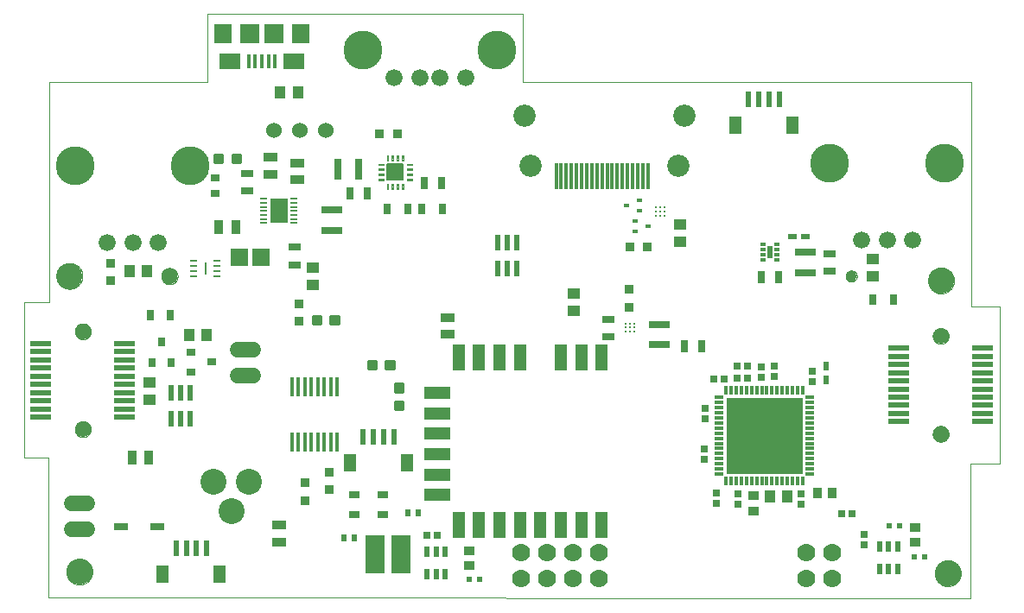
<source format=gts>
G75*
%MOIN*%
%OFA0B0*%
%FSLAX25Y25*%
%IPPOS*%
%LPD*%
%AMOC8*
5,1,8,0,0,1.08239X$1,22.5*
%
%ADD10C,0.00000*%
%ADD11C,0.10000*%
%ADD12R,0.05700X0.03800*%
%ADD13R,0.03800X0.05700*%
%ADD14R,0.04900X0.02800*%
%ADD15R,0.06800X0.06600*%
%ADD16R,0.04724X0.03959*%
%ADD17R,0.02756X0.00866*%
%ADD18R,0.07087X0.09449*%
%ADD19R,0.01600X0.07500*%
%ADD20R,0.03600X0.03800*%
%ADD21R,0.01575X0.05315*%
%ADD22R,0.07480X0.07480*%
%ADD23R,0.08268X0.06299*%
%ADD24R,0.07087X0.07480*%
%ADD25C,0.05910*%
%ADD26R,0.03959X0.04724*%
%ADD27C,0.01181*%
%ADD28R,0.02756X0.00984*%
%ADD29R,0.00787X0.04724*%
%ADD30C,0.06298*%
%ADD31C,0.04331*%
%ADD32R,0.02300X0.06200*%
%ADD33R,0.01969X0.01181*%
%ADD34R,0.01969X0.04724*%
%ADD35C,0.00378*%
%ADD36C,0.00661*%
%ADD37R,0.02760X0.03940*%
%ADD38R,0.02800X0.04900*%
%ADD39C,0.15000*%
%ADD40C,0.06600*%
%ADD41R,0.03150X0.07874*%
%ADD42R,0.07874X0.03150*%
%ADD43R,0.03400X0.02400*%
%ADD44R,0.01181X0.10236*%
%ADD45C,0.08600*%
%ADD46C,0.07000*%
%ADD47R,0.03200X0.03000*%
%ADD48R,0.02008X0.01575*%
%ADD49C,0.00906*%
%ADD50R,0.03800X0.03600*%
%ADD51C,0.06000*%
%ADD52R,0.02400X0.06200*%
%ADD53R,0.03150X0.03543*%
%ADD54R,0.05575X0.02565*%
%ADD55R,0.03543X0.03150*%
%ADD56R,0.04724X0.09843*%
%ADD57R,0.09843X0.04724*%
%ADD58R,0.07500X0.15000*%
%ADD59R,0.02400X0.03400*%
%ADD60R,0.01200X0.03200*%
%ADD61R,0.03200X0.01200*%
%ADD62R,0.29500X0.29500*%
%ADD63R,0.03600X0.04100*%
%ADD64R,0.02600X0.02600*%
%ADD65R,0.04200X0.03200*%
%ADD66R,0.02800X0.02800*%
%ADD67R,0.07874X0.01969*%
%ADD68C,0.06102*%
%ADD69R,0.02362X0.06102*%
%ADD70R,0.04724X0.07087*%
%ADD71R,0.03940X0.02760*%
%ADD72R,0.02449X0.04063*%
%ADD73R,0.01969X0.04063*%
%ADD74R,0.02200X0.02400*%
%ADD75R,0.04100X0.03600*%
%ADD76R,0.02400X0.02600*%
D10*
X0010700Y0002800D02*
X0011139Y0002800D01*
X0366500Y0002500D01*
X0366500Y0054500D01*
X0377700Y0054500D01*
X0377700Y0115201D01*
X0366900Y0115201D01*
X0366700Y0201801D01*
X0193900Y0201900D01*
X0193900Y0228100D01*
X0072100Y0228100D01*
X0072100Y0201901D01*
X0011139Y0201901D01*
X0011100Y0120100D01*
X0011100Y0116700D01*
X0001500Y0116700D01*
X0001500Y0057000D01*
X0010700Y0056900D01*
X0010700Y0002800D01*
X0017700Y0012800D02*
X0017702Y0012941D01*
X0017708Y0013082D01*
X0017718Y0013222D01*
X0017732Y0013362D01*
X0017750Y0013502D01*
X0017771Y0013641D01*
X0017797Y0013780D01*
X0017826Y0013918D01*
X0017860Y0014054D01*
X0017897Y0014190D01*
X0017938Y0014325D01*
X0017983Y0014459D01*
X0018032Y0014591D01*
X0018084Y0014722D01*
X0018140Y0014851D01*
X0018200Y0014978D01*
X0018263Y0015104D01*
X0018329Y0015228D01*
X0018400Y0015351D01*
X0018473Y0015471D01*
X0018550Y0015589D01*
X0018630Y0015705D01*
X0018714Y0015818D01*
X0018800Y0015929D01*
X0018890Y0016038D01*
X0018983Y0016144D01*
X0019078Y0016247D01*
X0019177Y0016348D01*
X0019278Y0016446D01*
X0019382Y0016541D01*
X0019489Y0016633D01*
X0019598Y0016722D01*
X0019710Y0016807D01*
X0019824Y0016890D01*
X0019940Y0016970D01*
X0020059Y0017046D01*
X0020180Y0017118D01*
X0020302Y0017188D01*
X0020427Y0017253D01*
X0020553Y0017316D01*
X0020681Y0017374D01*
X0020811Y0017429D01*
X0020942Y0017481D01*
X0021075Y0017528D01*
X0021209Y0017572D01*
X0021344Y0017613D01*
X0021480Y0017649D01*
X0021617Y0017681D01*
X0021755Y0017710D01*
X0021893Y0017735D01*
X0022033Y0017755D01*
X0022173Y0017772D01*
X0022313Y0017785D01*
X0022454Y0017794D01*
X0022594Y0017799D01*
X0022735Y0017800D01*
X0022876Y0017797D01*
X0023017Y0017790D01*
X0023157Y0017779D01*
X0023297Y0017764D01*
X0023437Y0017745D01*
X0023576Y0017723D01*
X0023714Y0017696D01*
X0023852Y0017666D01*
X0023988Y0017631D01*
X0024124Y0017593D01*
X0024258Y0017551D01*
X0024392Y0017505D01*
X0024524Y0017456D01*
X0024654Y0017402D01*
X0024783Y0017345D01*
X0024910Y0017285D01*
X0025036Y0017221D01*
X0025159Y0017153D01*
X0025281Y0017082D01*
X0025401Y0017008D01*
X0025518Y0016930D01*
X0025633Y0016849D01*
X0025746Y0016765D01*
X0025857Y0016678D01*
X0025965Y0016587D01*
X0026070Y0016494D01*
X0026173Y0016397D01*
X0026273Y0016298D01*
X0026370Y0016196D01*
X0026464Y0016091D01*
X0026555Y0015984D01*
X0026643Y0015874D01*
X0026728Y0015762D01*
X0026810Y0015647D01*
X0026889Y0015530D01*
X0026964Y0015411D01*
X0027036Y0015290D01*
X0027104Y0015167D01*
X0027169Y0015042D01*
X0027231Y0014915D01*
X0027288Y0014786D01*
X0027343Y0014656D01*
X0027393Y0014525D01*
X0027440Y0014392D01*
X0027483Y0014258D01*
X0027522Y0014122D01*
X0027557Y0013986D01*
X0027589Y0013849D01*
X0027616Y0013711D01*
X0027640Y0013572D01*
X0027660Y0013432D01*
X0027676Y0013292D01*
X0027688Y0013152D01*
X0027696Y0013011D01*
X0027700Y0012870D01*
X0027700Y0012730D01*
X0027696Y0012589D01*
X0027688Y0012448D01*
X0027676Y0012308D01*
X0027660Y0012168D01*
X0027640Y0012028D01*
X0027616Y0011889D01*
X0027589Y0011751D01*
X0027557Y0011614D01*
X0027522Y0011478D01*
X0027483Y0011342D01*
X0027440Y0011208D01*
X0027393Y0011075D01*
X0027343Y0010944D01*
X0027288Y0010814D01*
X0027231Y0010685D01*
X0027169Y0010558D01*
X0027104Y0010433D01*
X0027036Y0010310D01*
X0026964Y0010189D01*
X0026889Y0010070D01*
X0026810Y0009953D01*
X0026728Y0009838D01*
X0026643Y0009726D01*
X0026555Y0009616D01*
X0026464Y0009509D01*
X0026370Y0009404D01*
X0026273Y0009302D01*
X0026173Y0009203D01*
X0026070Y0009106D01*
X0025965Y0009013D01*
X0025857Y0008922D01*
X0025746Y0008835D01*
X0025633Y0008751D01*
X0025518Y0008670D01*
X0025401Y0008592D01*
X0025281Y0008518D01*
X0025159Y0008447D01*
X0025036Y0008379D01*
X0024910Y0008315D01*
X0024783Y0008255D01*
X0024654Y0008198D01*
X0024524Y0008144D01*
X0024392Y0008095D01*
X0024258Y0008049D01*
X0024124Y0008007D01*
X0023988Y0007969D01*
X0023852Y0007934D01*
X0023714Y0007904D01*
X0023576Y0007877D01*
X0023437Y0007855D01*
X0023297Y0007836D01*
X0023157Y0007821D01*
X0023017Y0007810D01*
X0022876Y0007803D01*
X0022735Y0007800D01*
X0022594Y0007801D01*
X0022454Y0007806D01*
X0022313Y0007815D01*
X0022173Y0007828D01*
X0022033Y0007845D01*
X0021893Y0007865D01*
X0021755Y0007890D01*
X0021617Y0007919D01*
X0021480Y0007951D01*
X0021344Y0007987D01*
X0021209Y0008028D01*
X0021075Y0008072D01*
X0020942Y0008119D01*
X0020811Y0008171D01*
X0020681Y0008226D01*
X0020553Y0008284D01*
X0020427Y0008347D01*
X0020302Y0008412D01*
X0020180Y0008482D01*
X0020059Y0008554D01*
X0019940Y0008630D01*
X0019824Y0008710D01*
X0019710Y0008793D01*
X0019598Y0008878D01*
X0019489Y0008967D01*
X0019382Y0009059D01*
X0019278Y0009154D01*
X0019177Y0009252D01*
X0019078Y0009353D01*
X0018983Y0009456D01*
X0018890Y0009562D01*
X0018800Y0009671D01*
X0018714Y0009782D01*
X0018630Y0009895D01*
X0018550Y0010011D01*
X0018473Y0010129D01*
X0018400Y0010249D01*
X0018329Y0010372D01*
X0018263Y0010496D01*
X0018200Y0010622D01*
X0018140Y0010749D01*
X0018084Y0010878D01*
X0018032Y0011009D01*
X0017983Y0011141D01*
X0017938Y0011275D01*
X0017897Y0011410D01*
X0017860Y0011546D01*
X0017826Y0011682D01*
X0017797Y0011820D01*
X0017771Y0011959D01*
X0017750Y0012098D01*
X0017732Y0012238D01*
X0017718Y0012378D01*
X0017708Y0012518D01*
X0017702Y0012659D01*
X0017700Y0012800D01*
X0020991Y0067802D02*
X0020993Y0067912D01*
X0020999Y0068022D01*
X0021009Y0068132D01*
X0021023Y0068241D01*
X0021041Y0068350D01*
X0021062Y0068458D01*
X0021088Y0068565D01*
X0021117Y0068671D01*
X0021151Y0068776D01*
X0021188Y0068880D01*
X0021229Y0068982D01*
X0021273Y0069083D01*
X0021321Y0069182D01*
X0021373Y0069280D01*
X0021428Y0069375D01*
X0021486Y0069468D01*
X0021548Y0069559D01*
X0021613Y0069648D01*
X0021681Y0069735D01*
X0021753Y0069819D01*
X0021827Y0069900D01*
X0021904Y0069979D01*
X0021984Y0070055D01*
X0022067Y0070127D01*
X0022152Y0070197D01*
X0022240Y0070264D01*
X0022330Y0070327D01*
X0022422Y0070387D01*
X0022516Y0070444D01*
X0022613Y0070498D01*
X0022711Y0070547D01*
X0022811Y0070594D01*
X0022913Y0070636D01*
X0023016Y0070675D01*
X0023120Y0070710D01*
X0023226Y0070742D01*
X0023332Y0070769D01*
X0023440Y0070793D01*
X0023548Y0070813D01*
X0023657Y0070829D01*
X0023767Y0070841D01*
X0023877Y0070849D01*
X0023987Y0070853D01*
X0024097Y0070853D01*
X0024207Y0070849D01*
X0024317Y0070841D01*
X0024427Y0070829D01*
X0024536Y0070813D01*
X0024644Y0070793D01*
X0024752Y0070769D01*
X0024858Y0070742D01*
X0024964Y0070710D01*
X0025068Y0070675D01*
X0025171Y0070636D01*
X0025273Y0070594D01*
X0025373Y0070547D01*
X0025471Y0070498D01*
X0025567Y0070444D01*
X0025662Y0070387D01*
X0025754Y0070327D01*
X0025844Y0070264D01*
X0025932Y0070197D01*
X0026017Y0070127D01*
X0026100Y0070055D01*
X0026180Y0069979D01*
X0026257Y0069900D01*
X0026331Y0069819D01*
X0026403Y0069735D01*
X0026471Y0069648D01*
X0026536Y0069559D01*
X0026598Y0069468D01*
X0026656Y0069375D01*
X0026711Y0069280D01*
X0026763Y0069182D01*
X0026811Y0069083D01*
X0026855Y0068982D01*
X0026896Y0068880D01*
X0026933Y0068776D01*
X0026967Y0068671D01*
X0026996Y0068565D01*
X0027022Y0068458D01*
X0027043Y0068350D01*
X0027061Y0068241D01*
X0027075Y0068132D01*
X0027085Y0068022D01*
X0027091Y0067912D01*
X0027093Y0067802D01*
X0027091Y0067692D01*
X0027085Y0067582D01*
X0027075Y0067472D01*
X0027061Y0067363D01*
X0027043Y0067254D01*
X0027022Y0067146D01*
X0026996Y0067039D01*
X0026967Y0066933D01*
X0026933Y0066828D01*
X0026896Y0066724D01*
X0026855Y0066622D01*
X0026811Y0066521D01*
X0026763Y0066422D01*
X0026711Y0066324D01*
X0026656Y0066229D01*
X0026598Y0066136D01*
X0026536Y0066045D01*
X0026471Y0065956D01*
X0026403Y0065869D01*
X0026331Y0065785D01*
X0026257Y0065704D01*
X0026180Y0065625D01*
X0026100Y0065549D01*
X0026017Y0065477D01*
X0025932Y0065407D01*
X0025844Y0065340D01*
X0025754Y0065277D01*
X0025662Y0065217D01*
X0025568Y0065160D01*
X0025471Y0065106D01*
X0025373Y0065057D01*
X0025273Y0065010D01*
X0025171Y0064968D01*
X0025068Y0064929D01*
X0024964Y0064894D01*
X0024858Y0064862D01*
X0024752Y0064835D01*
X0024644Y0064811D01*
X0024536Y0064791D01*
X0024427Y0064775D01*
X0024317Y0064763D01*
X0024207Y0064755D01*
X0024097Y0064751D01*
X0023987Y0064751D01*
X0023877Y0064755D01*
X0023767Y0064763D01*
X0023657Y0064775D01*
X0023548Y0064791D01*
X0023440Y0064811D01*
X0023332Y0064835D01*
X0023226Y0064862D01*
X0023120Y0064894D01*
X0023016Y0064929D01*
X0022913Y0064968D01*
X0022811Y0065010D01*
X0022711Y0065057D01*
X0022613Y0065106D01*
X0022516Y0065160D01*
X0022422Y0065217D01*
X0022330Y0065277D01*
X0022240Y0065340D01*
X0022152Y0065407D01*
X0022067Y0065477D01*
X0021984Y0065549D01*
X0021904Y0065625D01*
X0021827Y0065704D01*
X0021753Y0065785D01*
X0021681Y0065869D01*
X0021613Y0065956D01*
X0021548Y0066045D01*
X0021486Y0066136D01*
X0021428Y0066229D01*
X0021373Y0066324D01*
X0021321Y0066422D01*
X0021273Y0066521D01*
X0021229Y0066622D01*
X0021188Y0066724D01*
X0021151Y0066828D01*
X0021117Y0066933D01*
X0021088Y0067039D01*
X0021062Y0067146D01*
X0021041Y0067254D01*
X0021023Y0067363D01*
X0021009Y0067472D01*
X0020999Y0067582D01*
X0020993Y0067692D01*
X0020991Y0067802D01*
X0020991Y0105598D02*
X0020993Y0105708D01*
X0020999Y0105818D01*
X0021009Y0105928D01*
X0021023Y0106037D01*
X0021041Y0106146D01*
X0021062Y0106254D01*
X0021088Y0106361D01*
X0021117Y0106467D01*
X0021151Y0106572D01*
X0021188Y0106676D01*
X0021229Y0106778D01*
X0021273Y0106879D01*
X0021321Y0106978D01*
X0021373Y0107076D01*
X0021428Y0107171D01*
X0021486Y0107264D01*
X0021548Y0107355D01*
X0021613Y0107444D01*
X0021681Y0107531D01*
X0021753Y0107615D01*
X0021827Y0107696D01*
X0021904Y0107775D01*
X0021984Y0107851D01*
X0022067Y0107923D01*
X0022152Y0107993D01*
X0022240Y0108060D01*
X0022330Y0108123D01*
X0022422Y0108183D01*
X0022516Y0108240D01*
X0022613Y0108294D01*
X0022711Y0108343D01*
X0022811Y0108390D01*
X0022913Y0108432D01*
X0023016Y0108471D01*
X0023120Y0108506D01*
X0023226Y0108538D01*
X0023332Y0108565D01*
X0023440Y0108589D01*
X0023548Y0108609D01*
X0023657Y0108625D01*
X0023767Y0108637D01*
X0023877Y0108645D01*
X0023987Y0108649D01*
X0024097Y0108649D01*
X0024207Y0108645D01*
X0024317Y0108637D01*
X0024427Y0108625D01*
X0024536Y0108609D01*
X0024644Y0108589D01*
X0024752Y0108565D01*
X0024858Y0108538D01*
X0024964Y0108506D01*
X0025068Y0108471D01*
X0025171Y0108432D01*
X0025273Y0108390D01*
X0025373Y0108343D01*
X0025471Y0108294D01*
X0025567Y0108240D01*
X0025662Y0108183D01*
X0025754Y0108123D01*
X0025844Y0108060D01*
X0025932Y0107993D01*
X0026017Y0107923D01*
X0026100Y0107851D01*
X0026180Y0107775D01*
X0026257Y0107696D01*
X0026331Y0107615D01*
X0026403Y0107531D01*
X0026471Y0107444D01*
X0026536Y0107355D01*
X0026598Y0107264D01*
X0026656Y0107171D01*
X0026711Y0107076D01*
X0026763Y0106978D01*
X0026811Y0106879D01*
X0026855Y0106778D01*
X0026896Y0106676D01*
X0026933Y0106572D01*
X0026967Y0106467D01*
X0026996Y0106361D01*
X0027022Y0106254D01*
X0027043Y0106146D01*
X0027061Y0106037D01*
X0027075Y0105928D01*
X0027085Y0105818D01*
X0027091Y0105708D01*
X0027093Y0105598D01*
X0027091Y0105488D01*
X0027085Y0105378D01*
X0027075Y0105268D01*
X0027061Y0105159D01*
X0027043Y0105050D01*
X0027022Y0104942D01*
X0026996Y0104835D01*
X0026967Y0104729D01*
X0026933Y0104624D01*
X0026896Y0104520D01*
X0026855Y0104418D01*
X0026811Y0104317D01*
X0026763Y0104218D01*
X0026711Y0104120D01*
X0026656Y0104025D01*
X0026598Y0103932D01*
X0026536Y0103841D01*
X0026471Y0103752D01*
X0026403Y0103665D01*
X0026331Y0103581D01*
X0026257Y0103500D01*
X0026180Y0103421D01*
X0026100Y0103345D01*
X0026017Y0103273D01*
X0025932Y0103203D01*
X0025844Y0103136D01*
X0025754Y0103073D01*
X0025662Y0103013D01*
X0025568Y0102956D01*
X0025471Y0102902D01*
X0025373Y0102853D01*
X0025273Y0102806D01*
X0025171Y0102764D01*
X0025068Y0102725D01*
X0024964Y0102690D01*
X0024858Y0102658D01*
X0024752Y0102631D01*
X0024644Y0102607D01*
X0024536Y0102587D01*
X0024427Y0102571D01*
X0024317Y0102559D01*
X0024207Y0102551D01*
X0024097Y0102547D01*
X0023987Y0102547D01*
X0023877Y0102551D01*
X0023767Y0102559D01*
X0023657Y0102571D01*
X0023548Y0102587D01*
X0023440Y0102607D01*
X0023332Y0102631D01*
X0023226Y0102658D01*
X0023120Y0102690D01*
X0023016Y0102725D01*
X0022913Y0102764D01*
X0022811Y0102806D01*
X0022711Y0102853D01*
X0022613Y0102902D01*
X0022516Y0102956D01*
X0022422Y0103013D01*
X0022330Y0103073D01*
X0022240Y0103136D01*
X0022152Y0103203D01*
X0022067Y0103273D01*
X0021984Y0103345D01*
X0021904Y0103421D01*
X0021827Y0103500D01*
X0021753Y0103581D01*
X0021681Y0103665D01*
X0021613Y0103752D01*
X0021548Y0103841D01*
X0021486Y0103932D01*
X0021428Y0104025D01*
X0021373Y0104120D01*
X0021321Y0104218D01*
X0021273Y0104317D01*
X0021229Y0104418D01*
X0021188Y0104520D01*
X0021151Y0104624D01*
X0021117Y0104729D01*
X0021088Y0104835D01*
X0021062Y0104942D01*
X0021041Y0105050D01*
X0021023Y0105159D01*
X0021009Y0105268D01*
X0020999Y0105378D01*
X0020993Y0105488D01*
X0020991Y0105598D01*
X0013900Y0127000D02*
X0013902Y0127141D01*
X0013908Y0127282D01*
X0013918Y0127422D01*
X0013932Y0127562D01*
X0013950Y0127702D01*
X0013971Y0127841D01*
X0013997Y0127980D01*
X0014026Y0128118D01*
X0014060Y0128254D01*
X0014097Y0128390D01*
X0014138Y0128525D01*
X0014183Y0128659D01*
X0014232Y0128791D01*
X0014284Y0128922D01*
X0014340Y0129051D01*
X0014400Y0129178D01*
X0014463Y0129304D01*
X0014529Y0129428D01*
X0014600Y0129551D01*
X0014673Y0129671D01*
X0014750Y0129789D01*
X0014830Y0129905D01*
X0014914Y0130018D01*
X0015000Y0130129D01*
X0015090Y0130238D01*
X0015183Y0130344D01*
X0015278Y0130447D01*
X0015377Y0130548D01*
X0015478Y0130646D01*
X0015582Y0130741D01*
X0015689Y0130833D01*
X0015798Y0130922D01*
X0015910Y0131007D01*
X0016024Y0131090D01*
X0016140Y0131170D01*
X0016259Y0131246D01*
X0016380Y0131318D01*
X0016502Y0131388D01*
X0016627Y0131453D01*
X0016753Y0131516D01*
X0016881Y0131574D01*
X0017011Y0131629D01*
X0017142Y0131681D01*
X0017275Y0131728D01*
X0017409Y0131772D01*
X0017544Y0131813D01*
X0017680Y0131849D01*
X0017817Y0131881D01*
X0017955Y0131910D01*
X0018093Y0131935D01*
X0018233Y0131955D01*
X0018373Y0131972D01*
X0018513Y0131985D01*
X0018654Y0131994D01*
X0018794Y0131999D01*
X0018935Y0132000D01*
X0019076Y0131997D01*
X0019217Y0131990D01*
X0019357Y0131979D01*
X0019497Y0131964D01*
X0019637Y0131945D01*
X0019776Y0131923D01*
X0019914Y0131896D01*
X0020052Y0131866D01*
X0020188Y0131831D01*
X0020324Y0131793D01*
X0020458Y0131751D01*
X0020592Y0131705D01*
X0020724Y0131656D01*
X0020854Y0131602D01*
X0020983Y0131545D01*
X0021110Y0131485D01*
X0021236Y0131421D01*
X0021359Y0131353D01*
X0021481Y0131282D01*
X0021601Y0131208D01*
X0021718Y0131130D01*
X0021833Y0131049D01*
X0021946Y0130965D01*
X0022057Y0130878D01*
X0022165Y0130787D01*
X0022270Y0130694D01*
X0022373Y0130597D01*
X0022473Y0130498D01*
X0022570Y0130396D01*
X0022664Y0130291D01*
X0022755Y0130184D01*
X0022843Y0130074D01*
X0022928Y0129962D01*
X0023010Y0129847D01*
X0023089Y0129730D01*
X0023164Y0129611D01*
X0023236Y0129490D01*
X0023304Y0129367D01*
X0023369Y0129242D01*
X0023431Y0129115D01*
X0023488Y0128986D01*
X0023543Y0128856D01*
X0023593Y0128725D01*
X0023640Y0128592D01*
X0023683Y0128458D01*
X0023722Y0128322D01*
X0023757Y0128186D01*
X0023789Y0128049D01*
X0023816Y0127911D01*
X0023840Y0127772D01*
X0023860Y0127632D01*
X0023876Y0127492D01*
X0023888Y0127352D01*
X0023896Y0127211D01*
X0023900Y0127070D01*
X0023900Y0126930D01*
X0023896Y0126789D01*
X0023888Y0126648D01*
X0023876Y0126508D01*
X0023860Y0126368D01*
X0023840Y0126228D01*
X0023816Y0126089D01*
X0023789Y0125951D01*
X0023757Y0125814D01*
X0023722Y0125678D01*
X0023683Y0125542D01*
X0023640Y0125408D01*
X0023593Y0125275D01*
X0023543Y0125144D01*
X0023488Y0125014D01*
X0023431Y0124885D01*
X0023369Y0124758D01*
X0023304Y0124633D01*
X0023236Y0124510D01*
X0023164Y0124389D01*
X0023089Y0124270D01*
X0023010Y0124153D01*
X0022928Y0124038D01*
X0022843Y0123926D01*
X0022755Y0123816D01*
X0022664Y0123709D01*
X0022570Y0123604D01*
X0022473Y0123502D01*
X0022373Y0123403D01*
X0022270Y0123306D01*
X0022165Y0123213D01*
X0022057Y0123122D01*
X0021946Y0123035D01*
X0021833Y0122951D01*
X0021718Y0122870D01*
X0021601Y0122792D01*
X0021481Y0122718D01*
X0021359Y0122647D01*
X0021236Y0122579D01*
X0021110Y0122515D01*
X0020983Y0122455D01*
X0020854Y0122398D01*
X0020724Y0122344D01*
X0020592Y0122295D01*
X0020458Y0122249D01*
X0020324Y0122207D01*
X0020188Y0122169D01*
X0020052Y0122134D01*
X0019914Y0122104D01*
X0019776Y0122077D01*
X0019637Y0122055D01*
X0019497Y0122036D01*
X0019357Y0122021D01*
X0019217Y0122010D01*
X0019076Y0122003D01*
X0018935Y0122000D01*
X0018794Y0122001D01*
X0018654Y0122006D01*
X0018513Y0122015D01*
X0018373Y0122028D01*
X0018233Y0122045D01*
X0018093Y0122065D01*
X0017955Y0122090D01*
X0017817Y0122119D01*
X0017680Y0122151D01*
X0017544Y0122187D01*
X0017409Y0122228D01*
X0017275Y0122272D01*
X0017142Y0122319D01*
X0017011Y0122371D01*
X0016881Y0122426D01*
X0016753Y0122484D01*
X0016627Y0122547D01*
X0016502Y0122612D01*
X0016380Y0122682D01*
X0016259Y0122754D01*
X0016140Y0122830D01*
X0016024Y0122910D01*
X0015910Y0122993D01*
X0015798Y0123078D01*
X0015689Y0123167D01*
X0015582Y0123259D01*
X0015478Y0123354D01*
X0015377Y0123452D01*
X0015278Y0123553D01*
X0015183Y0123656D01*
X0015090Y0123762D01*
X0015000Y0123871D01*
X0014914Y0123982D01*
X0014830Y0124095D01*
X0014750Y0124211D01*
X0014673Y0124329D01*
X0014600Y0124449D01*
X0014529Y0124572D01*
X0014463Y0124696D01*
X0014400Y0124822D01*
X0014340Y0124949D01*
X0014284Y0125078D01*
X0014232Y0125209D01*
X0014183Y0125341D01*
X0014138Y0125475D01*
X0014097Y0125610D01*
X0014060Y0125746D01*
X0014026Y0125882D01*
X0013997Y0126020D01*
X0013971Y0126159D01*
X0013950Y0126298D01*
X0013932Y0126438D01*
X0013918Y0126578D01*
X0013908Y0126718D01*
X0013902Y0126859D01*
X0013900Y0127000D01*
X0054324Y0126900D02*
X0054326Y0127012D01*
X0054332Y0127123D01*
X0054342Y0127235D01*
X0054356Y0127346D01*
X0054373Y0127456D01*
X0054395Y0127566D01*
X0054421Y0127674D01*
X0054450Y0127782D01*
X0054483Y0127889D01*
X0054520Y0127995D01*
X0054561Y0128099D01*
X0054605Y0128201D01*
X0054653Y0128302D01*
X0054705Y0128401D01*
X0054760Y0128499D01*
X0054818Y0128594D01*
X0054880Y0128687D01*
X0054945Y0128778D01*
X0055014Y0128866D01*
X0055085Y0128953D01*
X0055159Y0129036D01*
X0055236Y0129117D01*
X0055317Y0129195D01*
X0055399Y0129270D01*
X0055485Y0129342D01*
X0055573Y0129411D01*
X0055663Y0129477D01*
X0055756Y0129539D01*
X0055850Y0129599D01*
X0055947Y0129655D01*
X0056046Y0129707D01*
X0056146Y0129756D01*
X0056249Y0129801D01*
X0056352Y0129843D01*
X0056457Y0129881D01*
X0056564Y0129915D01*
X0056671Y0129945D01*
X0056780Y0129972D01*
X0056890Y0129994D01*
X0057000Y0130013D01*
X0057111Y0130028D01*
X0057222Y0130039D01*
X0057333Y0130046D01*
X0057445Y0130049D01*
X0057557Y0130048D01*
X0057668Y0130043D01*
X0057780Y0130034D01*
X0057891Y0130021D01*
X0058001Y0130004D01*
X0058111Y0129984D01*
X0058220Y0129959D01*
X0058328Y0129931D01*
X0058435Y0129898D01*
X0058541Y0129862D01*
X0058646Y0129822D01*
X0058749Y0129779D01*
X0058850Y0129732D01*
X0058950Y0129681D01*
X0059047Y0129627D01*
X0059143Y0129570D01*
X0059237Y0129509D01*
X0059328Y0129444D01*
X0059418Y0129377D01*
X0059504Y0129306D01*
X0059588Y0129233D01*
X0059670Y0129156D01*
X0059749Y0129077D01*
X0059824Y0128995D01*
X0059897Y0128910D01*
X0059967Y0128823D01*
X0060034Y0128733D01*
X0060097Y0128641D01*
X0060157Y0128547D01*
X0060214Y0128450D01*
X0060267Y0128352D01*
X0060317Y0128252D01*
X0060363Y0128150D01*
X0060406Y0128047D01*
X0060445Y0127942D01*
X0060480Y0127836D01*
X0060511Y0127729D01*
X0060539Y0127620D01*
X0060562Y0127511D01*
X0060582Y0127401D01*
X0060598Y0127290D01*
X0060610Y0127179D01*
X0060618Y0127068D01*
X0060622Y0126956D01*
X0060622Y0126844D01*
X0060618Y0126732D01*
X0060610Y0126621D01*
X0060598Y0126510D01*
X0060582Y0126399D01*
X0060562Y0126289D01*
X0060539Y0126180D01*
X0060511Y0126071D01*
X0060480Y0125964D01*
X0060445Y0125858D01*
X0060406Y0125753D01*
X0060363Y0125650D01*
X0060317Y0125548D01*
X0060267Y0125448D01*
X0060214Y0125350D01*
X0060157Y0125253D01*
X0060097Y0125159D01*
X0060034Y0125067D01*
X0059967Y0124977D01*
X0059897Y0124890D01*
X0059824Y0124805D01*
X0059749Y0124723D01*
X0059670Y0124644D01*
X0059588Y0124567D01*
X0059504Y0124494D01*
X0059418Y0124423D01*
X0059328Y0124356D01*
X0059237Y0124291D01*
X0059143Y0124230D01*
X0059048Y0124173D01*
X0058950Y0124119D01*
X0058850Y0124068D01*
X0058749Y0124021D01*
X0058646Y0123978D01*
X0058541Y0123938D01*
X0058435Y0123902D01*
X0058328Y0123869D01*
X0058220Y0123841D01*
X0058111Y0123816D01*
X0058001Y0123796D01*
X0057891Y0123779D01*
X0057780Y0123766D01*
X0057668Y0123757D01*
X0057557Y0123752D01*
X0057445Y0123751D01*
X0057333Y0123754D01*
X0057222Y0123761D01*
X0057111Y0123772D01*
X0057000Y0123787D01*
X0056890Y0123806D01*
X0056780Y0123828D01*
X0056671Y0123855D01*
X0056564Y0123885D01*
X0056457Y0123919D01*
X0056352Y0123957D01*
X0056249Y0123999D01*
X0056146Y0124044D01*
X0056046Y0124093D01*
X0055947Y0124145D01*
X0055850Y0124201D01*
X0055756Y0124261D01*
X0055663Y0124323D01*
X0055573Y0124389D01*
X0055485Y0124458D01*
X0055399Y0124530D01*
X0055317Y0124605D01*
X0055236Y0124683D01*
X0055159Y0124764D01*
X0055085Y0124847D01*
X0055014Y0124934D01*
X0054945Y0125022D01*
X0054880Y0125113D01*
X0054818Y0125206D01*
X0054760Y0125301D01*
X0054705Y0125399D01*
X0054653Y0125498D01*
X0054605Y0125599D01*
X0054561Y0125701D01*
X0054520Y0125805D01*
X0054483Y0125911D01*
X0054450Y0126018D01*
X0054421Y0126126D01*
X0054395Y0126234D01*
X0054373Y0126344D01*
X0054356Y0126454D01*
X0054342Y0126565D01*
X0054332Y0126677D01*
X0054326Y0126788D01*
X0054324Y0126900D01*
X0318300Y0126900D02*
X0318302Y0126993D01*
X0318308Y0127085D01*
X0318318Y0127177D01*
X0318332Y0127268D01*
X0318349Y0127359D01*
X0318371Y0127449D01*
X0318396Y0127538D01*
X0318425Y0127626D01*
X0318458Y0127712D01*
X0318495Y0127797D01*
X0318535Y0127881D01*
X0318579Y0127962D01*
X0318626Y0128042D01*
X0318676Y0128120D01*
X0318730Y0128195D01*
X0318787Y0128268D01*
X0318847Y0128338D01*
X0318910Y0128406D01*
X0318976Y0128471D01*
X0319044Y0128533D01*
X0319115Y0128593D01*
X0319189Y0128649D01*
X0319265Y0128702D01*
X0319343Y0128751D01*
X0319423Y0128798D01*
X0319505Y0128840D01*
X0319589Y0128880D01*
X0319674Y0128915D01*
X0319761Y0128947D01*
X0319849Y0128976D01*
X0319938Y0129000D01*
X0320028Y0129021D01*
X0320119Y0129037D01*
X0320211Y0129050D01*
X0320303Y0129059D01*
X0320396Y0129064D01*
X0320488Y0129065D01*
X0320581Y0129062D01*
X0320673Y0129055D01*
X0320765Y0129044D01*
X0320856Y0129029D01*
X0320947Y0129011D01*
X0321037Y0128988D01*
X0321125Y0128962D01*
X0321213Y0128932D01*
X0321299Y0128898D01*
X0321383Y0128861D01*
X0321466Y0128819D01*
X0321547Y0128775D01*
X0321627Y0128727D01*
X0321704Y0128676D01*
X0321778Y0128621D01*
X0321851Y0128563D01*
X0321921Y0128503D01*
X0321988Y0128439D01*
X0322052Y0128373D01*
X0322114Y0128303D01*
X0322172Y0128232D01*
X0322227Y0128158D01*
X0322279Y0128081D01*
X0322328Y0128002D01*
X0322374Y0127922D01*
X0322416Y0127839D01*
X0322454Y0127755D01*
X0322489Y0127669D01*
X0322520Y0127582D01*
X0322547Y0127494D01*
X0322570Y0127404D01*
X0322590Y0127314D01*
X0322606Y0127223D01*
X0322618Y0127131D01*
X0322626Y0127039D01*
X0322630Y0126946D01*
X0322630Y0126854D01*
X0322626Y0126761D01*
X0322618Y0126669D01*
X0322606Y0126577D01*
X0322590Y0126486D01*
X0322570Y0126396D01*
X0322547Y0126306D01*
X0322520Y0126218D01*
X0322489Y0126131D01*
X0322454Y0126045D01*
X0322416Y0125961D01*
X0322374Y0125878D01*
X0322328Y0125798D01*
X0322279Y0125719D01*
X0322227Y0125642D01*
X0322172Y0125568D01*
X0322114Y0125497D01*
X0322052Y0125427D01*
X0321988Y0125361D01*
X0321921Y0125297D01*
X0321851Y0125237D01*
X0321778Y0125179D01*
X0321704Y0125124D01*
X0321627Y0125073D01*
X0321548Y0125025D01*
X0321466Y0124981D01*
X0321383Y0124939D01*
X0321299Y0124902D01*
X0321213Y0124868D01*
X0321125Y0124838D01*
X0321037Y0124812D01*
X0320947Y0124789D01*
X0320856Y0124771D01*
X0320765Y0124756D01*
X0320673Y0124745D01*
X0320581Y0124738D01*
X0320488Y0124735D01*
X0320396Y0124736D01*
X0320303Y0124741D01*
X0320211Y0124750D01*
X0320119Y0124763D01*
X0320028Y0124779D01*
X0319938Y0124800D01*
X0319849Y0124824D01*
X0319761Y0124853D01*
X0319674Y0124885D01*
X0319589Y0124920D01*
X0319505Y0124960D01*
X0319423Y0125002D01*
X0319343Y0125049D01*
X0319265Y0125098D01*
X0319189Y0125151D01*
X0319115Y0125207D01*
X0319044Y0125267D01*
X0318976Y0125329D01*
X0318910Y0125394D01*
X0318847Y0125462D01*
X0318787Y0125532D01*
X0318730Y0125605D01*
X0318676Y0125680D01*
X0318626Y0125758D01*
X0318579Y0125838D01*
X0318535Y0125919D01*
X0318495Y0126003D01*
X0318458Y0126088D01*
X0318425Y0126174D01*
X0318396Y0126262D01*
X0318371Y0126351D01*
X0318349Y0126441D01*
X0318332Y0126532D01*
X0318318Y0126623D01*
X0318308Y0126715D01*
X0318302Y0126807D01*
X0318300Y0126900D01*
X0350100Y0125200D02*
X0350102Y0125341D01*
X0350108Y0125482D01*
X0350118Y0125622D01*
X0350132Y0125762D01*
X0350150Y0125902D01*
X0350171Y0126041D01*
X0350197Y0126180D01*
X0350226Y0126318D01*
X0350260Y0126454D01*
X0350297Y0126590D01*
X0350338Y0126725D01*
X0350383Y0126859D01*
X0350432Y0126991D01*
X0350484Y0127122D01*
X0350540Y0127251D01*
X0350600Y0127378D01*
X0350663Y0127504D01*
X0350729Y0127628D01*
X0350800Y0127751D01*
X0350873Y0127871D01*
X0350950Y0127989D01*
X0351030Y0128105D01*
X0351114Y0128218D01*
X0351200Y0128329D01*
X0351290Y0128438D01*
X0351383Y0128544D01*
X0351478Y0128647D01*
X0351577Y0128748D01*
X0351678Y0128846D01*
X0351782Y0128941D01*
X0351889Y0129033D01*
X0351998Y0129122D01*
X0352110Y0129207D01*
X0352224Y0129290D01*
X0352340Y0129370D01*
X0352459Y0129446D01*
X0352580Y0129518D01*
X0352702Y0129588D01*
X0352827Y0129653D01*
X0352953Y0129716D01*
X0353081Y0129774D01*
X0353211Y0129829D01*
X0353342Y0129881D01*
X0353475Y0129928D01*
X0353609Y0129972D01*
X0353744Y0130013D01*
X0353880Y0130049D01*
X0354017Y0130081D01*
X0354155Y0130110D01*
X0354293Y0130135D01*
X0354433Y0130155D01*
X0354573Y0130172D01*
X0354713Y0130185D01*
X0354854Y0130194D01*
X0354994Y0130199D01*
X0355135Y0130200D01*
X0355276Y0130197D01*
X0355417Y0130190D01*
X0355557Y0130179D01*
X0355697Y0130164D01*
X0355837Y0130145D01*
X0355976Y0130123D01*
X0356114Y0130096D01*
X0356252Y0130066D01*
X0356388Y0130031D01*
X0356524Y0129993D01*
X0356658Y0129951D01*
X0356792Y0129905D01*
X0356924Y0129856D01*
X0357054Y0129802D01*
X0357183Y0129745D01*
X0357310Y0129685D01*
X0357436Y0129621D01*
X0357559Y0129553D01*
X0357681Y0129482D01*
X0357801Y0129408D01*
X0357918Y0129330D01*
X0358033Y0129249D01*
X0358146Y0129165D01*
X0358257Y0129078D01*
X0358365Y0128987D01*
X0358470Y0128894D01*
X0358573Y0128797D01*
X0358673Y0128698D01*
X0358770Y0128596D01*
X0358864Y0128491D01*
X0358955Y0128384D01*
X0359043Y0128274D01*
X0359128Y0128162D01*
X0359210Y0128047D01*
X0359289Y0127930D01*
X0359364Y0127811D01*
X0359436Y0127690D01*
X0359504Y0127567D01*
X0359569Y0127442D01*
X0359631Y0127315D01*
X0359688Y0127186D01*
X0359743Y0127056D01*
X0359793Y0126925D01*
X0359840Y0126792D01*
X0359883Y0126658D01*
X0359922Y0126522D01*
X0359957Y0126386D01*
X0359989Y0126249D01*
X0360016Y0126111D01*
X0360040Y0125972D01*
X0360060Y0125832D01*
X0360076Y0125692D01*
X0360088Y0125552D01*
X0360096Y0125411D01*
X0360100Y0125270D01*
X0360100Y0125130D01*
X0360096Y0124989D01*
X0360088Y0124848D01*
X0360076Y0124708D01*
X0360060Y0124568D01*
X0360040Y0124428D01*
X0360016Y0124289D01*
X0359989Y0124151D01*
X0359957Y0124014D01*
X0359922Y0123878D01*
X0359883Y0123742D01*
X0359840Y0123608D01*
X0359793Y0123475D01*
X0359743Y0123344D01*
X0359688Y0123214D01*
X0359631Y0123085D01*
X0359569Y0122958D01*
X0359504Y0122833D01*
X0359436Y0122710D01*
X0359364Y0122589D01*
X0359289Y0122470D01*
X0359210Y0122353D01*
X0359128Y0122238D01*
X0359043Y0122126D01*
X0358955Y0122016D01*
X0358864Y0121909D01*
X0358770Y0121804D01*
X0358673Y0121702D01*
X0358573Y0121603D01*
X0358470Y0121506D01*
X0358365Y0121413D01*
X0358257Y0121322D01*
X0358146Y0121235D01*
X0358033Y0121151D01*
X0357918Y0121070D01*
X0357801Y0120992D01*
X0357681Y0120918D01*
X0357559Y0120847D01*
X0357436Y0120779D01*
X0357310Y0120715D01*
X0357183Y0120655D01*
X0357054Y0120598D01*
X0356924Y0120544D01*
X0356792Y0120495D01*
X0356658Y0120449D01*
X0356524Y0120407D01*
X0356388Y0120369D01*
X0356252Y0120334D01*
X0356114Y0120304D01*
X0355976Y0120277D01*
X0355837Y0120255D01*
X0355697Y0120236D01*
X0355557Y0120221D01*
X0355417Y0120210D01*
X0355276Y0120203D01*
X0355135Y0120200D01*
X0354994Y0120201D01*
X0354854Y0120206D01*
X0354713Y0120215D01*
X0354573Y0120228D01*
X0354433Y0120245D01*
X0354293Y0120265D01*
X0354155Y0120290D01*
X0354017Y0120319D01*
X0353880Y0120351D01*
X0353744Y0120387D01*
X0353609Y0120428D01*
X0353475Y0120472D01*
X0353342Y0120519D01*
X0353211Y0120571D01*
X0353081Y0120626D01*
X0352953Y0120684D01*
X0352827Y0120747D01*
X0352702Y0120812D01*
X0352580Y0120882D01*
X0352459Y0120954D01*
X0352340Y0121030D01*
X0352224Y0121110D01*
X0352110Y0121193D01*
X0351998Y0121278D01*
X0351889Y0121367D01*
X0351782Y0121459D01*
X0351678Y0121554D01*
X0351577Y0121652D01*
X0351478Y0121753D01*
X0351383Y0121856D01*
X0351290Y0121962D01*
X0351200Y0122071D01*
X0351114Y0122182D01*
X0351030Y0122295D01*
X0350950Y0122411D01*
X0350873Y0122529D01*
X0350800Y0122649D01*
X0350729Y0122772D01*
X0350663Y0122896D01*
X0350600Y0123022D01*
X0350540Y0123149D01*
X0350484Y0123278D01*
X0350432Y0123409D01*
X0350383Y0123541D01*
X0350338Y0123675D01*
X0350297Y0123810D01*
X0350260Y0123946D01*
X0350226Y0124082D01*
X0350197Y0124220D01*
X0350171Y0124359D01*
X0350150Y0124498D01*
X0350132Y0124638D01*
X0350118Y0124778D01*
X0350108Y0124918D01*
X0350102Y0125059D01*
X0350100Y0125200D01*
X0351907Y0103798D02*
X0351909Y0103908D01*
X0351915Y0104018D01*
X0351925Y0104128D01*
X0351939Y0104237D01*
X0351957Y0104346D01*
X0351978Y0104454D01*
X0352004Y0104561D01*
X0352033Y0104667D01*
X0352067Y0104772D01*
X0352104Y0104876D01*
X0352145Y0104978D01*
X0352189Y0105079D01*
X0352237Y0105178D01*
X0352289Y0105276D01*
X0352344Y0105371D01*
X0352402Y0105464D01*
X0352464Y0105555D01*
X0352529Y0105644D01*
X0352597Y0105731D01*
X0352669Y0105815D01*
X0352743Y0105896D01*
X0352820Y0105975D01*
X0352900Y0106051D01*
X0352983Y0106123D01*
X0353068Y0106193D01*
X0353156Y0106260D01*
X0353246Y0106323D01*
X0353338Y0106383D01*
X0353432Y0106440D01*
X0353529Y0106494D01*
X0353627Y0106543D01*
X0353727Y0106590D01*
X0353829Y0106632D01*
X0353932Y0106671D01*
X0354036Y0106706D01*
X0354142Y0106738D01*
X0354248Y0106765D01*
X0354356Y0106789D01*
X0354464Y0106809D01*
X0354573Y0106825D01*
X0354683Y0106837D01*
X0354793Y0106845D01*
X0354903Y0106849D01*
X0355013Y0106849D01*
X0355123Y0106845D01*
X0355233Y0106837D01*
X0355343Y0106825D01*
X0355452Y0106809D01*
X0355560Y0106789D01*
X0355668Y0106765D01*
X0355774Y0106738D01*
X0355880Y0106706D01*
X0355984Y0106671D01*
X0356087Y0106632D01*
X0356189Y0106590D01*
X0356289Y0106543D01*
X0356387Y0106494D01*
X0356483Y0106440D01*
X0356578Y0106383D01*
X0356670Y0106323D01*
X0356760Y0106260D01*
X0356848Y0106193D01*
X0356933Y0106123D01*
X0357016Y0106051D01*
X0357096Y0105975D01*
X0357173Y0105896D01*
X0357247Y0105815D01*
X0357319Y0105731D01*
X0357387Y0105644D01*
X0357452Y0105555D01*
X0357514Y0105464D01*
X0357572Y0105371D01*
X0357627Y0105276D01*
X0357679Y0105178D01*
X0357727Y0105079D01*
X0357771Y0104978D01*
X0357812Y0104876D01*
X0357849Y0104772D01*
X0357883Y0104667D01*
X0357912Y0104561D01*
X0357938Y0104454D01*
X0357959Y0104346D01*
X0357977Y0104237D01*
X0357991Y0104128D01*
X0358001Y0104018D01*
X0358007Y0103908D01*
X0358009Y0103798D01*
X0358007Y0103688D01*
X0358001Y0103578D01*
X0357991Y0103468D01*
X0357977Y0103359D01*
X0357959Y0103250D01*
X0357938Y0103142D01*
X0357912Y0103035D01*
X0357883Y0102929D01*
X0357849Y0102824D01*
X0357812Y0102720D01*
X0357771Y0102618D01*
X0357727Y0102517D01*
X0357679Y0102418D01*
X0357627Y0102320D01*
X0357572Y0102225D01*
X0357514Y0102132D01*
X0357452Y0102041D01*
X0357387Y0101952D01*
X0357319Y0101865D01*
X0357247Y0101781D01*
X0357173Y0101700D01*
X0357096Y0101621D01*
X0357016Y0101545D01*
X0356933Y0101473D01*
X0356848Y0101403D01*
X0356760Y0101336D01*
X0356670Y0101273D01*
X0356578Y0101213D01*
X0356484Y0101156D01*
X0356387Y0101102D01*
X0356289Y0101053D01*
X0356189Y0101006D01*
X0356087Y0100964D01*
X0355984Y0100925D01*
X0355880Y0100890D01*
X0355774Y0100858D01*
X0355668Y0100831D01*
X0355560Y0100807D01*
X0355452Y0100787D01*
X0355343Y0100771D01*
X0355233Y0100759D01*
X0355123Y0100751D01*
X0355013Y0100747D01*
X0354903Y0100747D01*
X0354793Y0100751D01*
X0354683Y0100759D01*
X0354573Y0100771D01*
X0354464Y0100787D01*
X0354356Y0100807D01*
X0354248Y0100831D01*
X0354142Y0100858D01*
X0354036Y0100890D01*
X0353932Y0100925D01*
X0353829Y0100964D01*
X0353727Y0101006D01*
X0353627Y0101053D01*
X0353529Y0101102D01*
X0353432Y0101156D01*
X0353338Y0101213D01*
X0353246Y0101273D01*
X0353156Y0101336D01*
X0353068Y0101403D01*
X0352983Y0101473D01*
X0352900Y0101545D01*
X0352820Y0101621D01*
X0352743Y0101700D01*
X0352669Y0101781D01*
X0352597Y0101865D01*
X0352529Y0101952D01*
X0352464Y0102041D01*
X0352402Y0102132D01*
X0352344Y0102225D01*
X0352289Y0102320D01*
X0352237Y0102418D01*
X0352189Y0102517D01*
X0352145Y0102618D01*
X0352104Y0102720D01*
X0352067Y0102824D01*
X0352033Y0102929D01*
X0352004Y0103035D01*
X0351978Y0103142D01*
X0351957Y0103250D01*
X0351939Y0103359D01*
X0351925Y0103468D01*
X0351915Y0103578D01*
X0351909Y0103688D01*
X0351907Y0103798D01*
X0351907Y0066002D02*
X0351909Y0066112D01*
X0351915Y0066222D01*
X0351925Y0066332D01*
X0351939Y0066441D01*
X0351957Y0066550D01*
X0351978Y0066658D01*
X0352004Y0066765D01*
X0352033Y0066871D01*
X0352067Y0066976D01*
X0352104Y0067080D01*
X0352145Y0067182D01*
X0352189Y0067283D01*
X0352237Y0067382D01*
X0352289Y0067480D01*
X0352344Y0067575D01*
X0352402Y0067668D01*
X0352464Y0067759D01*
X0352529Y0067848D01*
X0352597Y0067935D01*
X0352669Y0068019D01*
X0352743Y0068100D01*
X0352820Y0068179D01*
X0352900Y0068255D01*
X0352983Y0068327D01*
X0353068Y0068397D01*
X0353156Y0068464D01*
X0353246Y0068527D01*
X0353338Y0068587D01*
X0353432Y0068644D01*
X0353529Y0068698D01*
X0353627Y0068747D01*
X0353727Y0068794D01*
X0353829Y0068836D01*
X0353932Y0068875D01*
X0354036Y0068910D01*
X0354142Y0068942D01*
X0354248Y0068969D01*
X0354356Y0068993D01*
X0354464Y0069013D01*
X0354573Y0069029D01*
X0354683Y0069041D01*
X0354793Y0069049D01*
X0354903Y0069053D01*
X0355013Y0069053D01*
X0355123Y0069049D01*
X0355233Y0069041D01*
X0355343Y0069029D01*
X0355452Y0069013D01*
X0355560Y0068993D01*
X0355668Y0068969D01*
X0355774Y0068942D01*
X0355880Y0068910D01*
X0355984Y0068875D01*
X0356087Y0068836D01*
X0356189Y0068794D01*
X0356289Y0068747D01*
X0356387Y0068698D01*
X0356483Y0068644D01*
X0356578Y0068587D01*
X0356670Y0068527D01*
X0356760Y0068464D01*
X0356848Y0068397D01*
X0356933Y0068327D01*
X0357016Y0068255D01*
X0357096Y0068179D01*
X0357173Y0068100D01*
X0357247Y0068019D01*
X0357319Y0067935D01*
X0357387Y0067848D01*
X0357452Y0067759D01*
X0357514Y0067668D01*
X0357572Y0067575D01*
X0357627Y0067480D01*
X0357679Y0067382D01*
X0357727Y0067283D01*
X0357771Y0067182D01*
X0357812Y0067080D01*
X0357849Y0066976D01*
X0357883Y0066871D01*
X0357912Y0066765D01*
X0357938Y0066658D01*
X0357959Y0066550D01*
X0357977Y0066441D01*
X0357991Y0066332D01*
X0358001Y0066222D01*
X0358007Y0066112D01*
X0358009Y0066002D01*
X0358007Y0065892D01*
X0358001Y0065782D01*
X0357991Y0065672D01*
X0357977Y0065563D01*
X0357959Y0065454D01*
X0357938Y0065346D01*
X0357912Y0065239D01*
X0357883Y0065133D01*
X0357849Y0065028D01*
X0357812Y0064924D01*
X0357771Y0064822D01*
X0357727Y0064721D01*
X0357679Y0064622D01*
X0357627Y0064524D01*
X0357572Y0064429D01*
X0357514Y0064336D01*
X0357452Y0064245D01*
X0357387Y0064156D01*
X0357319Y0064069D01*
X0357247Y0063985D01*
X0357173Y0063904D01*
X0357096Y0063825D01*
X0357016Y0063749D01*
X0356933Y0063677D01*
X0356848Y0063607D01*
X0356760Y0063540D01*
X0356670Y0063477D01*
X0356578Y0063417D01*
X0356484Y0063360D01*
X0356387Y0063306D01*
X0356289Y0063257D01*
X0356189Y0063210D01*
X0356087Y0063168D01*
X0355984Y0063129D01*
X0355880Y0063094D01*
X0355774Y0063062D01*
X0355668Y0063035D01*
X0355560Y0063011D01*
X0355452Y0062991D01*
X0355343Y0062975D01*
X0355233Y0062963D01*
X0355123Y0062955D01*
X0355013Y0062951D01*
X0354903Y0062951D01*
X0354793Y0062955D01*
X0354683Y0062963D01*
X0354573Y0062975D01*
X0354464Y0062991D01*
X0354356Y0063011D01*
X0354248Y0063035D01*
X0354142Y0063062D01*
X0354036Y0063094D01*
X0353932Y0063129D01*
X0353829Y0063168D01*
X0353727Y0063210D01*
X0353627Y0063257D01*
X0353529Y0063306D01*
X0353432Y0063360D01*
X0353338Y0063417D01*
X0353246Y0063477D01*
X0353156Y0063540D01*
X0353068Y0063607D01*
X0352983Y0063677D01*
X0352900Y0063749D01*
X0352820Y0063825D01*
X0352743Y0063904D01*
X0352669Y0063985D01*
X0352597Y0064069D01*
X0352529Y0064156D01*
X0352464Y0064245D01*
X0352402Y0064336D01*
X0352344Y0064429D01*
X0352289Y0064524D01*
X0352237Y0064622D01*
X0352189Y0064721D01*
X0352145Y0064822D01*
X0352104Y0064924D01*
X0352067Y0065028D01*
X0352033Y0065133D01*
X0352004Y0065239D01*
X0351978Y0065346D01*
X0351957Y0065454D01*
X0351939Y0065563D01*
X0351925Y0065672D01*
X0351915Y0065782D01*
X0351909Y0065892D01*
X0351907Y0066002D01*
X0352700Y0012200D02*
X0352702Y0012341D01*
X0352708Y0012482D01*
X0352718Y0012622D01*
X0352732Y0012762D01*
X0352750Y0012902D01*
X0352771Y0013041D01*
X0352797Y0013180D01*
X0352826Y0013318D01*
X0352860Y0013454D01*
X0352897Y0013590D01*
X0352938Y0013725D01*
X0352983Y0013859D01*
X0353032Y0013991D01*
X0353084Y0014122D01*
X0353140Y0014251D01*
X0353200Y0014378D01*
X0353263Y0014504D01*
X0353329Y0014628D01*
X0353400Y0014751D01*
X0353473Y0014871D01*
X0353550Y0014989D01*
X0353630Y0015105D01*
X0353714Y0015218D01*
X0353800Y0015329D01*
X0353890Y0015438D01*
X0353983Y0015544D01*
X0354078Y0015647D01*
X0354177Y0015748D01*
X0354278Y0015846D01*
X0354382Y0015941D01*
X0354489Y0016033D01*
X0354598Y0016122D01*
X0354710Y0016207D01*
X0354824Y0016290D01*
X0354940Y0016370D01*
X0355059Y0016446D01*
X0355180Y0016518D01*
X0355302Y0016588D01*
X0355427Y0016653D01*
X0355553Y0016716D01*
X0355681Y0016774D01*
X0355811Y0016829D01*
X0355942Y0016881D01*
X0356075Y0016928D01*
X0356209Y0016972D01*
X0356344Y0017013D01*
X0356480Y0017049D01*
X0356617Y0017081D01*
X0356755Y0017110D01*
X0356893Y0017135D01*
X0357033Y0017155D01*
X0357173Y0017172D01*
X0357313Y0017185D01*
X0357454Y0017194D01*
X0357594Y0017199D01*
X0357735Y0017200D01*
X0357876Y0017197D01*
X0358017Y0017190D01*
X0358157Y0017179D01*
X0358297Y0017164D01*
X0358437Y0017145D01*
X0358576Y0017123D01*
X0358714Y0017096D01*
X0358852Y0017066D01*
X0358988Y0017031D01*
X0359124Y0016993D01*
X0359258Y0016951D01*
X0359392Y0016905D01*
X0359524Y0016856D01*
X0359654Y0016802D01*
X0359783Y0016745D01*
X0359910Y0016685D01*
X0360036Y0016621D01*
X0360159Y0016553D01*
X0360281Y0016482D01*
X0360401Y0016408D01*
X0360518Y0016330D01*
X0360633Y0016249D01*
X0360746Y0016165D01*
X0360857Y0016078D01*
X0360965Y0015987D01*
X0361070Y0015894D01*
X0361173Y0015797D01*
X0361273Y0015698D01*
X0361370Y0015596D01*
X0361464Y0015491D01*
X0361555Y0015384D01*
X0361643Y0015274D01*
X0361728Y0015162D01*
X0361810Y0015047D01*
X0361889Y0014930D01*
X0361964Y0014811D01*
X0362036Y0014690D01*
X0362104Y0014567D01*
X0362169Y0014442D01*
X0362231Y0014315D01*
X0362288Y0014186D01*
X0362343Y0014056D01*
X0362393Y0013925D01*
X0362440Y0013792D01*
X0362483Y0013658D01*
X0362522Y0013522D01*
X0362557Y0013386D01*
X0362589Y0013249D01*
X0362616Y0013111D01*
X0362640Y0012972D01*
X0362660Y0012832D01*
X0362676Y0012692D01*
X0362688Y0012552D01*
X0362696Y0012411D01*
X0362700Y0012270D01*
X0362700Y0012130D01*
X0362696Y0011989D01*
X0362688Y0011848D01*
X0362676Y0011708D01*
X0362660Y0011568D01*
X0362640Y0011428D01*
X0362616Y0011289D01*
X0362589Y0011151D01*
X0362557Y0011014D01*
X0362522Y0010878D01*
X0362483Y0010742D01*
X0362440Y0010608D01*
X0362393Y0010475D01*
X0362343Y0010344D01*
X0362288Y0010214D01*
X0362231Y0010085D01*
X0362169Y0009958D01*
X0362104Y0009833D01*
X0362036Y0009710D01*
X0361964Y0009589D01*
X0361889Y0009470D01*
X0361810Y0009353D01*
X0361728Y0009238D01*
X0361643Y0009126D01*
X0361555Y0009016D01*
X0361464Y0008909D01*
X0361370Y0008804D01*
X0361273Y0008702D01*
X0361173Y0008603D01*
X0361070Y0008506D01*
X0360965Y0008413D01*
X0360857Y0008322D01*
X0360746Y0008235D01*
X0360633Y0008151D01*
X0360518Y0008070D01*
X0360401Y0007992D01*
X0360281Y0007918D01*
X0360159Y0007847D01*
X0360036Y0007779D01*
X0359910Y0007715D01*
X0359783Y0007655D01*
X0359654Y0007598D01*
X0359524Y0007544D01*
X0359392Y0007495D01*
X0359258Y0007449D01*
X0359124Y0007407D01*
X0358988Y0007369D01*
X0358852Y0007334D01*
X0358714Y0007304D01*
X0358576Y0007277D01*
X0358437Y0007255D01*
X0358297Y0007236D01*
X0358157Y0007221D01*
X0358017Y0007210D01*
X0357876Y0007203D01*
X0357735Y0007200D01*
X0357594Y0007201D01*
X0357454Y0007206D01*
X0357313Y0007215D01*
X0357173Y0007228D01*
X0357033Y0007245D01*
X0356893Y0007265D01*
X0356755Y0007290D01*
X0356617Y0007319D01*
X0356480Y0007351D01*
X0356344Y0007387D01*
X0356209Y0007428D01*
X0356075Y0007472D01*
X0355942Y0007519D01*
X0355811Y0007571D01*
X0355681Y0007626D01*
X0355553Y0007684D01*
X0355427Y0007747D01*
X0355302Y0007812D01*
X0355180Y0007882D01*
X0355059Y0007954D01*
X0354940Y0008030D01*
X0354824Y0008110D01*
X0354710Y0008193D01*
X0354598Y0008278D01*
X0354489Y0008367D01*
X0354382Y0008459D01*
X0354278Y0008554D01*
X0354177Y0008652D01*
X0354078Y0008753D01*
X0353983Y0008856D01*
X0353890Y0008962D01*
X0353800Y0009071D01*
X0353714Y0009182D01*
X0353630Y0009295D01*
X0353550Y0009411D01*
X0353473Y0009529D01*
X0353400Y0009649D01*
X0353329Y0009772D01*
X0353263Y0009896D01*
X0353200Y0010022D01*
X0353140Y0010149D01*
X0353084Y0010278D01*
X0353032Y0010409D01*
X0352983Y0010541D01*
X0352938Y0010675D01*
X0352897Y0010810D01*
X0352860Y0010946D01*
X0352826Y0011082D01*
X0352797Y0011220D01*
X0352771Y0011359D01*
X0352750Y0011498D01*
X0352732Y0011638D01*
X0352718Y0011778D01*
X0352708Y0011918D01*
X0352702Y0012059D01*
X0352700Y0012200D01*
D11*
X0357700Y0012200D03*
X0355100Y0125200D03*
X0088100Y0047500D03*
X0074300Y0047500D03*
X0081300Y0036100D03*
X0022700Y0012800D03*
X0018900Y0127000D03*
D12*
X0096500Y0166250D03*
X0096500Y0172750D03*
X0106900Y0170650D03*
X0106900Y0164150D03*
X0164700Y0110950D03*
X0164700Y0104450D03*
X0099900Y0030750D03*
X0099900Y0024250D03*
D13*
X0049550Y0056700D03*
X0043050Y0056700D03*
X0076450Y0146000D03*
X0082950Y0146000D03*
D14*
X0087500Y0159950D03*
X0087500Y0166650D03*
X0105700Y0138050D03*
X0105700Y0131350D03*
X0226800Y0110350D03*
X0226800Y0103650D03*
X0312000Y0128850D03*
X0312000Y0135550D03*
D15*
X0092900Y0134300D03*
X0084300Y0134300D03*
D16*
X0112900Y0130157D03*
X0112900Y0123443D03*
X0049700Y0085857D03*
X0049700Y0079143D03*
X0213300Y0113543D03*
X0213300Y0120257D03*
X0254500Y0140043D03*
X0254500Y0146757D03*
X0328700Y0133457D03*
X0328700Y0126743D03*
D17*
X0105506Y0147376D03*
X0105506Y0148950D03*
X0105506Y0150525D03*
X0105506Y0152100D03*
X0105506Y0153675D03*
X0105506Y0155250D03*
X0105506Y0156824D03*
X0093694Y0156824D03*
X0093694Y0155250D03*
X0093694Y0153675D03*
X0093694Y0152100D03*
X0093694Y0150525D03*
X0093694Y0148950D03*
X0093694Y0147376D03*
D18*
X0099600Y0152100D03*
D19*
X0104750Y0084050D03*
X0107250Y0084050D03*
X0109750Y0084050D03*
X0112250Y0084050D03*
X0114750Y0084050D03*
X0117250Y0084050D03*
X0119750Y0084050D03*
X0122250Y0084050D03*
X0122250Y0062750D03*
X0119750Y0062750D03*
X0117250Y0062750D03*
X0114750Y0062750D03*
X0112250Y0062750D03*
X0109750Y0062750D03*
X0107250Y0062750D03*
X0104750Y0062750D03*
D20*
X0119100Y0051350D03*
X0119100Y0044450D03*
X0109800Y0047150D03*
X0109800Y0040250D03*
X0107300Y0109450D03*
X0107300Y0116350D03*
X0034700Y0125050D03*
X0034700Y0131950D03*
X0234900Y0121750D03*
X0234900Y0114850D03*
D21*
X0098218Y0209900D03*
X0095659Y0209900D03*
X0093100Y0209900D03*
X0090541Y0209900D03*
X0087982Y0209900D03*
D22*
X0088376Y0220451D03*
X0097824Y0220451D03*
D23*
X0105305Y0209900D03*
X0080895Y0209900D03*
D24*
X0078139Y0220451D03*
X0108061Y0220451D03*
D25*
X0089755Y0098400D02*
X0083845Y0098400D01*
X0083845Y0088400D02*
X0089755Y0088400D01*
X0025655Y0039300D02*
X0019745Y0039300D01*
X0019745Y0029300D02*
X0025655Y0029300D01*
D26*
X0064943Y0104100D03*
X0071657Y0104100D03*
X0048657Y0128900D03*
X0041943Y0128900D03*
X0100243Y0197900D03*
X0106957Y0197900D03*
X0288976Y0041739D03*
X0295691Y0041739D03*
D27*
X0147378Y0075416D02*
X0144622Y0075416D01*
X0144622Y0078172D01*
X0147378Y0078172D01*
X0147378Y0075416D01*
X0147378Y0076596D02*
X0144622Y0076596D01*
X0144622Y0077776D02*
X0147378Y0077776D01*
X0147378Y0082322D02*
X0144622Y0082322D01*
X0144622Y0085078D01*
X0147378Y0085078D01*
X0147378Y0082322D01*
X0147378Y0083502D02*
X0144622Y0083502D01*
X0144622Y0084682D02*
X0147378Y0084682D01*
X0143984Y0091222D02*
X0143984Y0093978D01*
X0143984Y0091222D02*
X0141228Y0091222D01*
X0141228Y0093978D01*
X0143984Y0093978D01*
X0143984Y0092402D02*
X0141228Y0092402D01*
X0141228Y0093582D02*
X0143984Y0093582D01*
X0137078Y0093978D02*
X0137078Y0091222D01*
X0134322Y0091222D01*
X0134322Y0093978D01*
X0137078Y0093978D01*
X0137078Y0092402D02*
X0134322Y0092402D01*
X0134322Y0093582D02*
X0137078Y0093582D01*
X0119875Y0108522D02*
X0119875Y0111278D01*
X0122631Y0111278D01*
X0122631Y0108522D01*
X0119875Y0108522D01*
X0119875Y0109702D02*
X0122631Y0109702D01*
X0122631Y0110882D02*
X0119875Y0110882D01*
X0112969Y0111278D02*
X0112969Y0108522D01*
X0112969Y0111278D02*
X0115725Y0111278D01*
X0115725Y0108522D01*
X0112969Y0108522D01*
X0112969Y0109702D02*
X0115725Y0109702D01*
X0115725Y0110882D02*
X0112969Y0110882D01*
X0081975Y0170922D02*
X0081975Y0173678D01*
X0084731Y0173678D01*
X0084731Y0170922D01*
X0081975Y0170922D01*
X0081975Y0172102D02*
X0084731Y0172102D01*
X0084731Y0173282D02*
X0081975Y0173282D01*
X0075069Y0173678D02*
X0075069Y0170922D01*
X0075069Y0173678D02*
X0077825Y0173678D01*
X0077825Y0170922D01*
X0075069Y0170922D01*
X0075069Y0172102D02*
X0077825Y0172102D01*
X0077825Y0173282D02*
X0075069Y0173282D01*
D28*
X0075828Y0132853D03*
X0075828Y0130884D03*
X0075828Y0128916D03*
X0075828Y0126947D03*
X0066772Y0126947D03*
X0066772Y0128916D03*
X0066772Y0130884D03*
X0066772Y0132853D03*
D29*
X0071300Y0129900D03*
D30*
X0057473Y0126900D03*
D31*
X0320465Y0126900D03*
D32*
X0191450Y0129900D03*
X0187700Y0129900D03*
X0183950Y0129900D03*
X0183950Y0139900D03*
X0187700Y0139900D03*
X0191450Y0139900D03*
D33*
X0286344Y0139053D03*
X0286344Y0137084D03*
X0286344Y0135116D03*
X0286344Y0133147D03*
X0291856Y0133147D03*
X0291856Y0135116D03*
X0291856Y0137084D03*
X0291856Y0139053D03*
D34*
X0289100Y0136100D03*
D35*
X0151004Y0164430D02*
X0149020Y0164430D01*
X0151004Y0164430D02*
X0151004Y0163864D01*
X0149020Y0163864D01*
X0149020Y0164430D01*
X0149020Y0164241D02*
X0151004Y0164241D01*
X0151004Y0166399D02*
X0149020Y0166399D01*
X0151004Y0166399D02*
X0151004Y0165833D01*
X0149020Y0165833D01*
X0149020Y0166399D01*
X0149020Y0166210D02*
X0151004Y0166210D01*
X0151004Y0168367D02*
X0149020Y0168367D01*
X0151004Y0168367D02*
X0151004Y0167801D01*
X0149020Y0167801D01*
X0149020Y0168367D01*
X0149020Y0168178D02*
X0151004Y0168178D01*
X0151004Y0170336D02*
X0149020Y0170336D01*
X0151004Y0170336D02*
X0151004Y0169770D01*
X0149020Y0169770D01*
X0149020Y0170336D01*
X0149020Y0170147D02*
X0151004Y0170147D01*
X0147170Y0171620D02*
X0147170Y0173604D01*
X0147736Y0173604D01*
X0147736Y0171620D01*
X0147170Y0171620D01*
X0147170Y0171997D02*
X0147736Y0171997D01*
X0147736Y0172374D02*
X0147170Y0172374D01*
X0147170Y0172751D02*
X0147736Y0172751D01*
X0147736Y0173128D02*
X0147170Y0173128D01*
X0147170Y0173505D02*
X0147736Y0173505D01*
X0145201Y0173604D02*
X0145201Y0171620D01*
X0145201Y0173604D02*
X0145767Y0173604D01*
X0145767Y0171620D01*
X0145201Y0171620D01*
X0145201Y0171997D02*
X0145767Y0171997D01*
X0145767Y0172374D02*
X0145201Y0172374D01*
X0145201Y0172751D02*
X0145767Y0172751D01*
X0145767Y0173128D02*
X0145201Y0173128D01*
X0145201Y0173505D02*
X0145767Y0173505D01*
X0143233Y0173604D02*
X0143233Y0171620D01*
X0143233Y0173604D02*
X0143799Y0173604D01*
X0143799Y0171620D01*
X0143233Y0171620D01*
X0143233Y0171997D02*
X0143799Y0171997D01*
X0143799Y0172374D02*
X0143233Y0172374D01*
X0143233Y0172751D02*
X0143799Y0172751D01*
X0143799Y0173128D02*
X0143233Y0173128D01*
X0143233Y0173505D02*
X0143799Y0173505D01*
X0141264Y0173604D02*
X0141264Y0171620D01*
X0141264Y0173604D02*
X0141830Y0173604D01*
X0141830Y0171620D01*
X0141264Y0171620D01*
X0141264Y0171997D02*
X0141830Y0171997D01*
X0141830Y0172374D02*
X0141264Y0172374D01*
X0141264Y0172751D02*
X0141830Y0172751D01*
X0141830Y0173128D02*
X0141264Y0173128D01*
X0141264Y0173505D02*
X0141830Y0173505D01*
X0139980Y0169770D02*
X0137996Y0169770D01*
X0137996Y0170336D01*
X0139980Y0170336D01*
X0139980Y0169770D01*
X0139980Y0170147D02*
X0137996Y0170147D01*
X0137996Y0167801D02*
X0139980Y0167801D01*
X0137996Y0167801D02*
X0137996Y0168367D01*
X0139980Y0168367D01*
X0139980Y0167801D01*
X0139980Y0168178D02*
X0137996Y0168178D01*
X0137996Y0165833D02*
X0139980Y0165833D01*
X0137996Y0165833D02*
X0137996Y0166399D01*
X0139980Y0166399D01*
X0139980Y0165833D01*
X0139980Y0166210D02*
X0137996Y0166210D01*
X0137996Y0163864D02*
X0139980Y0163864D01*
X0137996Y0163864D02*
X0137996Y0164430D01*
X0139980Y0164430D01*
X0139980Y0163864D01*
X0139980Y0164241D02*
X0137996Y0164241D01*
X0141830Y0162580D02*
X0141830Y0160596D01*
X0141264Y0160596D01*
X0141264Y0162580D01*
X0141830Y0162580D01*
X0141830Y0160973D02*
X0141264Y0160973D01*
X0141264Y0161350D02*
X0141830Y0161350D01*
X0141830Y0161727D02*
X0141264Y0161727D01*
X0141264Y0162104D02*
X0141830Y0162104D01*
X0141830Y0162481D02*
X0141264Y0162481D01*
X0143799Y0162580D02*
X0143799Y0160596D01*
X0143233Y0160596D01*
X0143233Y0162580D01*
X0143799Y0162580D01*
X0143799Y0160973D02*
X0143233Y0160973D01*
X0143233Y0161350D02*
X0143799Y0161350D01*
X0143799Y0161727D02*
X0143233Y0161727D01*
X0143233Y0162104D02*
X0143799Y0162104D01*
X0143799Y0162481D02*
X0143233Y0162481D01*
X0145767Y0162580D02*
X0145767Y0160596D01*
X0145201Y0160596D01*
X0145201Y0162580D01*
X0145767Y0162580D01*
X0145767Y0160973D02*
X0145201Y0160973D01*
X0145201Y0161350D02*
X0145767Y0161350D01*
X0145767Y0161727D02*
X0145201Y0161727D01*
X0145201Y0162104D02*
X0145767Y0162104D01*
X0145767Y0162481D02*
X0145201Y0162481D01*
X0147736Y0162580D02*
X0147736Y0160596D01*
X0147170Y0160596D01*
X0147170Y0162580D01*
X0147736Y0162580D01*
X0147736Y0160973D02*
X0147170Y0160973D01*
X0147170Y0161350D02*
X0147736Y0161350D01*
X0147736Y0161727D02*
X0147170Y0161727D01*
X0147170Y0162104D02*
X0147736Y0162104D01*
X0147736Y0162481D02*
X0147170Y0162481D01*
D36*
X0147477Y0164123D02*
X0141523Y0164123D01*
X0141523Y0170077D01*
X0147477Y0170077D01*
X0147477Y0164123D01*
X0147477Y0164783D02*
X0141523Y0164783D01*
X0141523Y0165443D02*
X0147477Y0165443D01*
X0147477Y0166103D02*
X0141523Y0166103D01*
X0141523Y0166763D02*
X0147477Y0166763D01*
X0147477Y0167423D02*
X0141523Y0167423D01*
X0141523Y0168083D02*
X0147477Y0168083D01*
X0147477Y0168743D02*
X0141523Y0168743D01*
X0141523Y0169403D02*
X0147477Y0169403D01*
X0147477Y0170063D02*
X0141523Y0170063D01*
D37*
X0141560Y0152700D03*
X0149440Y0152700D03*
X0154760Y0152900D03*
X0162640Y0152900D03*
X0057840Y0111900D03*
X0049960Y0111900D03*
X0328760Y0117900D03*
X0336640Y0117900D03*
D38*
X0292450Y0126600D03*
X0285750Y0126600D03*
X0262750Y0099900D03*
X0256050Y0099900D03*
X0162450Y0162900D03*
X0155750Y0162900D03*
X0133650Y0158700D03*
X0126950Y0158700D03*
D39*
X0065347Y0169428D03*
X0021253Y0169428D03*
X0132100Y0214308D03*
X0183832Y0214308D03*
X0312253Y0170428D03*
X0356347Y0170428D03*
D40*
X0344143Y0140900D03*
X0334300Y0140900D03*
X0324457Y0140900D03*
X0171746Y0203639D03*
X0161903Y0203639D03*
X0154029Y0203639D03*
X0144187Y0203639D03*
X0053143Y0139900D03*
X0043300Y0139900D03*
X0033457Y0139900D03*
D41*
X0122563Y0168100D03*
X0130437Y0168100D03*
D42*
X0120100Y0152437D03*
X0120100Y0144563D03*
X0246500Y0108237D03*
X0246500Y0100363D03*
X0302600Y0128163D03*
X0302600Y0136037D03*
D43*
X0302600Y0142200D03*
X0297600Y0142200D03*
D44*
X0242032Y0165652D03*
X0240064Y0165652D03*
X0238095Y0165652D03*
X0236127Y0165652D03*
X0234158Y0165652D03*
X0232190Y0165652D03*
X0230221Y0165652D03*
X0228253Y0165652D03*
X0226284Y0165652D03*
X0224316Y0165652D03*
X0222347Y0165652D03*
X0220379Y0165652D03*
X0218410Y0165652D03*
X0216442Y0165652D03*
X0214473Y0165652D03*
X0212505Y0165652D03*
X0210536Y0165652D03*
X0208568Y0165652D03*
X0206599Y0165652D03*
D45*
X0196757Y0169589D03*
X0194394Y0188880D03*
X0253843Y0169589D03*
X0256206Y0188880D03*
D46*
X0223200Y0020300D03*
X0213200Y0020300D03*
X0203200Y0020300D03*
X0193200Y0020300D03*
X0193200Y0010300D03*
X0203200Y0010300D03*
X0213200Y0010300D03*
X0223200Y0010300D03*
X0303200Y0010300D03*
X0313200Y0010300D03*
X0313200Y0020300D03*
X0303200Y0020300D03*
D47*
X0075100Y0158850D03*
X0075100Y0164950D03*
D48*
X0233741Y0154100D03*
X0238859Y0152131D03*
X0238859Y0156069D03*
X0237141Y0148169D03*
X0237141Y0144231D03*
X0242259Y0146200D03*
D49*
X0245225Y0150225D03*
X0246800Y0150225D03*
X0248375Y0150225D03*
X0248375Y0151800D03*
X0248375Y0153375D03*
X0246800Y0153375D03*
X0245225Y0153375D03*
X0245225Y0151800D03*
X0246800Y0151800D03*
X0236675Y0108675D03*
X0236675Y0107100D03*
X0236675Y0105525D03*
X0235100Y0105525D03*
X0233525Y0105525D03*
X0233525Y0107100D03*
X0233525Y0108675D03*
X0235100Y0108675D03*
X0235100Y0107100D03*
D50*
X0234950Y0138300D03*
X0241850Y0138300D03*
X0145350Y0181900D03*
X0138450Y0181900D03*
D51*
X0117800Y0183100D03*
X0107800Y0183100D03*
X0097800Y0183100D03*
D52*
X0065440Y0081700D03*
X0061700Y0081700D03*
X0057960Y0081700D03*
X0057960Y0071700D03*
X0061700Y0071700D03*
X0065440Y0071700D03*
D53*
X0058240Y0093563D03*
X0050760Y0093563D03*
X0054500Y0101437D03*
D54*
X0052691Y0030300D03*
X0038709Y0030300D03*
D55*
X0065763Y0089960D03*
X0073637Y0093700D03*
X0065763Y0097440D03*
D56*
X0169017Y0095577D03*
X0176891Y0095577D03*
X0184765Y0095577D03*
X0192639Y0095577D03*
X0208387Y0095577D03*
X0216261Y0095577D03*
X0224135Y0095577D03*
X0224135Y0031010D03*
X0216261Y0031010D03*
X0208387Y0031010D03*
X0200513Y0031010D03*
X0192639Y0031010D03*
X0184765Y0031010D03*
X0176891Y0031010D03*
X0169017Y0031010D03*
D57*
X0160749Y0042428D03*
X0160749Y0050302D03*
X0160749Y0058176D03*
X0160749Y0066050D03*
X0160749Y0073924D03*
X0160749Y0081798D03*
D58*
X0146700Y0019600D03*
X0136700Y0019600D03*
D59*
X0310610Y0086943D03*
X0310610Y0092143D03*
D60*
X0301705Y0082783D03*
X0299736Y0082783D03*
X0297768Y0082783D03*
X0295799Y0082783D03*
X0293831Y0082783D03*
X0291862Y0082783D03*
X0289894Y0082783D03*
X0287925Y0082783D03*
X0285957Y0082783D03*
X0283988Y0082783D03*
X0282020Y0082783D03*
X0280051Y0082783D03*
X0278083Y0082783D03*
X0276114Y0082783D03*
X0274146Y0082783D03*
X0272177Y0082783D03*
X0272177Y0047783D03*
X0274146Y0047783D03*
X0276114Y0047783D03*
X0278083Y0047783D03*
X0280051Y0047783D03*
X0282020Y0047783D03*
X0283988Y0047783D03*
X0285957Y0047783D03*
X0287925Y0047783D03*
X0289894Y0047783D03*
X0291862Y0047783D03*
X0293831Y0047783D03*
X0295799Y0047783D03*
X0297768Y0047783D03*
X0299736Y0047783D03*
X0301705Y0047783D03*
D61*
X0304441Y0050519D03*
X0304441Y0052487D03*
X0304441Y0054456D03*
X0304441Y0056424D03*
X0304441Y0058393D03*
X0304441Y0060361D03*
X0304441Y0062330D03*
X0304441Y0064298D03*
X0304441Y0066267D03*
X0304441Y0068235D03*
X0304441Y0070204D03*
X0304441Y0072172D03*
X0304441Y0074141D03*
X0304441Y0076109D03*
X0304441Y0078078D03*
X0304441Y0080046D03*
X0269441Y0080046D03*
X0269441Y0078078D03*
X0269441Y0076109D03*
X0269441Y0074141D03*
X0269441Y0072172D03*
X0269441Y0070204D03*
X0269441Y0068235D03*
X0269441Y0066267D03*
X0269441Y0064298D03*
X0269441Y0062330D03*
X0269441Y0060361D03*
X0269441Y0058393D03*
X0269441Y0056424D03*
X0269441Y0054456D03*
X0269441Y0052487D03*
X0269441Y0050519D03*
D62*
X0286941Y0065283D03*
D63*
X0307428Y0043194D03*
X0313128Y0043194D03*
D64*
X0316900Y0035300D03*
X0320900Y0035300D03*
D65*
X0282700Y0036250D03*
X0282700Y0042350D03*
D66*
X0276900Y0042700D03*
X0276900Y0038700D03*
X0268500Y0039100D03*
X0268500Y0043100D03*
X0263900Y0056300D03*
X0263900Y0060300D03*
X0264100Y0071900D03*
X0264100Y0075900D03*
X0267500Y0087300D03*
X0271500Y0087300D03*
X0276500Y0087500D03*
X0280500Y0087500D03*
X0280500Y0092300D03*
X0276500Y0092300D03*
X0285700Y0091900D03*
X0290700Y0092100D03*
X0290700Y0088100D03*
X0285700Y0087900D03*
X0305500Y0086300D03*
X0305500Y0090300D03*
X0301100Y0042700D03*
X0301100Y0038700D03*
X0325300Y0027100D03*
X0325300Y0023100D03*
X0160700Y0026900D03*
X0156700Y0026900D03*
D67*
X0040183Y0072527D03*
X0040183Y0075676D03*
X0040183Y0078826D03*
X0040183Y0081976D03*
X0040183Y0085125D03*
X0040183Y0088275D03*
X0040183Y0091424D03*
X0040183Y0094574D03*
X0040183Y0097724D03*
X0040183Y0100873D03*
X0007900Y0100873D03*
X0007900Y0097724D03*
X0007900Y0094574D03*
X0007900Y0091424D03*
X0007900Y0088275D03*
X0007900Y0085125D03*
X0007900Y0081976D03*
X0007900Y0078826D03*
X0007900Y0075676D03*
X0007900Y0072527D03*
X0338817Y0073876D03*
X0338817Y0070727D03*
X0338817Y0077026D03*
X0338817Y0080176D03*
X0338817Y0083325D03*
X0338817Y0086475D03*
X0338817Y0089624D03*
X0338817Y0092774D03*
X0338817Y0095924D03*
X0338817Y0099073D03*
X0371100Y0099073D03*
X0371100Y0095924D03*
X0371100Y0092774D03*
X0371100Y0089624D03*
X0371100Y0086475D03*
X0371100Y0083325D03*
X0371100Y0080176D03*
X0371100Y0077026D03*
X0371100Y0073876D03*
X0371100Y0070727D03*
D68*
X0354958Y0066002D03*
X0354958Y0103798D03*
X0024042Y0105598D03*
X0024042Y0067802D03*
D69*
X0059994Y0021700D03*
X0063931Y0021700D03*
X0067869Y0021700D03*
X0071806Y0021700D03*
X0132194Y0064700D03*
X0136131Y0064700D03*
X0140069Y0064700D03*
X0144006Y0064700D03*
X0280794Y0195100D03*
X0284731Y0195100D03*
X0288669Y0195100D03*
X0292606Y0195100D03*
D70*
X0297724Y0185159D03*
X0275676Y0185159D03*
X0149124Y0054759D03*
X0127076Y0054759D03*
X0076924Y0011759D03*
X0054876Y0011759D03*
D71*
X0128900Y0034760D03*
X0128900Y0042640D03*
X0139700Y0042640D03*
X0139700Y0034760D03*
D72*
X0156820Y0020446D03*
X0163780Y0020446D03*
X0163780Y0011754D03*
X0156820Y0011754D03*
X0331420Y0013754D03*
X0338380Y0013754D03*
X0338380Y0022446D03*
X0331420Y0022446D03*
D73*
X0334900Y0022446D03*
X0334900Y0013754D03*
X0160300Y0011754D03*
X0160300Y0020446D03*
D74*
X0173100Y0009700D03*
X0177200Y0009700D03*
X0335000Y0030500D03*
X0339100Y0030500D03*
X0344700Y0018500D03*
X0348800Y0018500D03*
D75*
X0345100Y0024300D03*
X0345100Y0030000D03*
X0173100Y0020800D03*
X0173100Y0015100D03*
D76*
X0153400Y0035500D03*
X0149300Y0035500D03*
X0128700Y0025700D03*
X0124600Y0025700D03*
M02*

</source>
